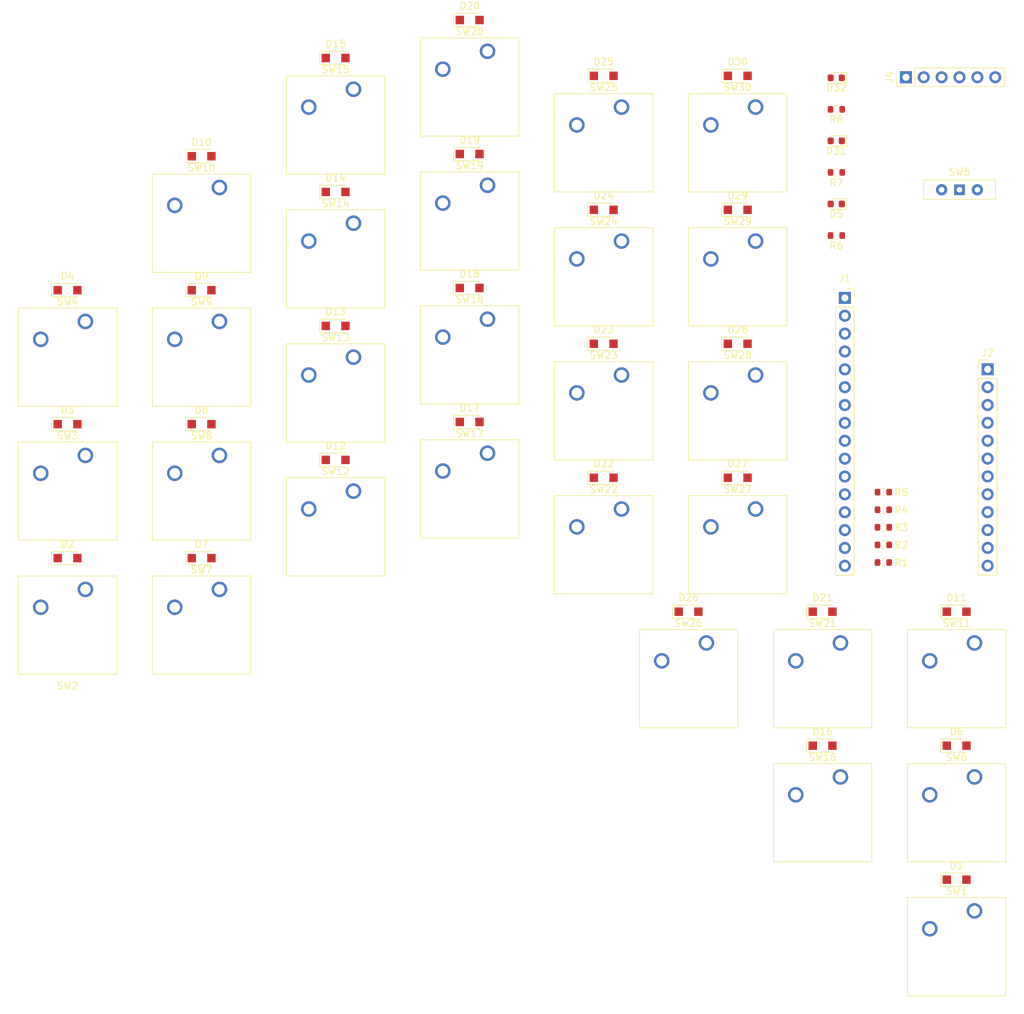
<source format=kicad_pcb>
(kicad_pcb (version 20240108) (generator "pcbnew") (generator_version "8.0")
  (layers (0 "F.Cu" signal) (31 "B.Cu" signal) (34 "B.Paste" user) (35 "F.Paste" user) (36 "B.SilkS" user "B.Silkscreen") (37 "F.SilkS" user "F.Silkscreen") (38 "B.Mask" user) (39 "F.Mask" user) (44 "Edge.Cuts" user))
  (net 0 "")
  (net 1 "/Row_0")
  (net 2 "Net-(D1-K)")
  (net 3 "/Row_1")
  (net 4 "Net-(D2-K)")
  (net 5 "/Row_2")
  (net 6 "Net-(D3-K)")
  (net 7 "/Row_3")
  (net 8 "Net-(D4-K)")
  (net 9 "/Row_4")
  (net 10 "Net-(D6-K)")
  (net 11 "Net-(D7-K)")
  (net 12 "Net-(D8-K)")
  (net 13 "Net-(D9-K)")
  (net 14 "Net-(D10-K)")
  (net 15 "Net-(D11-K)")
  (net 16 "Net-(D12-K)")
  (net 17 "Net-(D13-K)")
  (net 18 "Net-(D14-K)")
  (net 19 "Net-(D15-K)")
  (net 20 "Net-(D16-K)")
  (net 21 "Net-(D17-K)")
  (net 22 "Net-(D18-K)")
  (net 23 "Net-(D19-K)")
  (net 24 "Net-(D20-K)")
  (net 25 "Net-(D21-K)")
  (net 26 "Net-(D22-K)")
  (net 27 "Net-(D23-K)")
  (net 28 "Net-(D24-K)")
  (net 29 "Net-(D25-K)")
  (net 30 "Net-(D26-K)")
  (net 31 "Net-(D27-K)")
  (net 32 "Net-(D28-K)")
  (net 33 "Net-(D29-K)")
  (net 34 "Net-(D30-K)")
  (net 35 "/Col_3")
  (net 36 "/Col_1")
  (net 37 "/Col_5")
  (net 38 "/Col_4")
  (net 39 "/Col_0")
  (net 40 "/Col_2")
  (net 42 "Net-(D5-A)")
  (net 43 "GNDREF")
  (net 44 "Net-(D31-A)")
  (net 45 "+3.3V")
  (net 47 "Net-(D32-A)")
  (net 48 "/RED_LED")
  (net 49 "/GREEN_LED")
  (net 51 "/BLUE_LED")
  (net 54 "/UART_TX")
  (net 56 "/EN")
  (net 57 "/UART_RX")
  (footprint "Diode_SMD:Nexperia_CFP3_SOD-123W" (layer "F.Cu") (at 49.275 112.38)
    (property "Reference" "D7" (at 0 -2 0) (layer "F.SilkS"))
    (property "Value" "D" (hide yes))
    (pad "1" smd rect (at -1.4 0) (size 1.2 1.2) (layers "F.Cu" "F.Paste" "F.Mask") (net 11 "Net-(D7-K)"))
    (pad "2" smd rect (at 1.4 0) (size 1.2 1.2) (layers "F.Cu" "F.Paste" "F.Mask") (net 3 "/Row_1"))
  )
  (footprint "Button_Switch_Keyboard:SW_Cherry_MX_1.00u_PCB" (layer "F.Cu") (at 32.765 97.775)
    (property "Reference" "SW3" (at -2.54 -2.794 0) (layer "F.SilkS"))
    (property "Value" "SW_Push" (hide yes))
    (pad "" np_thru_hole circle (at -7.62 5.08) (size 1.7 1.7) (drill 1.7) (layers "*.Cu" "*.Mask"))
    (pad "" np_thru_hole circle (at -2.54 5.08) (size 4 4) (drill 4) (layers "*.Cu" "*.Mask"))
    (pad "" np_thru_hole circle (at 2.54 5.08) (size 1.7 1.7) (drill 1.7) (layers "*.Cu" "*.Mask"))
    (pad "1" thru_hole circle (at 0 0) (size 2.2 2.2) (drill 1.5) (layers "*.Cu" "*.Mask") (net 39 "/Col_0"))
    (pad "2" thru_hole circle (at -6.35 2.54) (size 2.2 2.2) (drill 1.5) (layers "*.Cu" "*.Mask") (net 6 "Net-(D3-K)"))
  )
  (footprint "Diode_SMD:Nexperia_CFP3_SOD-123W" (layer "F.Cu") (at 87.375 54.9125)
    (property "Reference" "D19" (at 0 -2 180) (layer "F.SilkS"))
    (property "Value" "D" (hide yes))
    (pad "1" smd rect (at -1.4 0) (size 1.2 1.2) (layers "F.Cu" "F.Paste" "F.Mask") (net 23 "Net-(D19-K)"))
    (pad "2" smd rect (at 1.4 0) (size 1.2 1.2) (layers "F.Cu" "F.Paste" "F.Mask") (net 7 "/Row_3"))
  )
  (footprint "Button_Switch_Keyboard:SW_Cherry_MX_1.00u_PCB" (layer "F.Cu") (at 128.015 86.345)
    (property "Reference" "SW28" (at -2.54 -2.794 0) (layer "F.SilkS"))
    (property "Value" "SW_Push" (hide yes))
    (pad "" np_thru_hole circle (at -7.62 5.08) (size 1.7 1.7) (drill 1.7) (layers "*.Cu" "*.Mask"))
    (pad "" np_thru_hole circle (at -2.54 5.08) (size 4 4) (drill 4) (layers "*.Cu" "*.Mask"))
    (pad "" np_thru_hole circle (at 2.54 5.08) (size 1.7 1.7) (drill 1.7) (layers "*.Cu" "*.Mask"))
    (pad "1" thru_hole circle (at 0 0) (size 2.2 2.2) (drill 1.5) (layers "*.Cu" "*.Mask") (net 37 "/Col_5"))
    (pad "2" thru_hole circle (at -6.35 2.54) (size 2.2 2.2) (drill 1.5) (layers "*.Cu" "*.Mask") (net 32 "Net-(D28-K)"))
  )
  (footprint "Diode_SMD:Nexperia_CFP3_SOD-123W" (layer "F.Cu") (at 68.325 41.26)
    (property "Reference" "D15" (at 0 -2 180) (layer "F.SilkS"))
    (property "Value" "D" (hide yes))
    (pad "1" smd rect (at -1.4 0) (size 1.2 1.2) (layers "F.Cu" "F.Paste" "F.Mask") (net 19 "Net-(D15-K)"))
    (pad "2" smd rect (at 1.4 0) (size 1.2 1.2) (layers "F.Cu" "F.Paste" "F.Mask") (net 9 "/Row_4"))
  )
  (footprint "Button_Switch_Keyboard:SW_Cherry_MX_1.00u_PCB" (layer "F.Cu") (at 51.815 78.725)
    (property "Reference" "SW9" (at -2.54 -2.794 0) (layer "F.SilkS"))
    (property "Value" "SW_Push" (hide yes))
    (pad "" np_thru_hole circle (at -7.62 5.08) (size 1.7 1.7) (drill 1.7) (layers "*.Cu" "*.Mask"))
    (pad "" np_thru_hole circle (at -2.54 5.08) (size 4 4) (drill 4) (layers "*.Cu" "*.Mask"))
    (pad "" np_thru_hole circle (at 2.54 5.08) (size 1.7 1.7) (drill 1.7) (layers "*.Cu" "*.Mask"))
    (pad "1" thru_hole circle (at 0 0) (size 2.2 2.2) (drill 1.5) (layers "*.Cu" "*.Mask") (net 36 "/Col_1"))
    (pad "2" thru_hole circle (at -6.35 2.54) (size 2.2 2.2) (drill 1.5) (layers "*.Cu" "*.Mask") (net 13 "Net-(D9-K)"))
  )
  (footprint "Diode_SMD:Nexperia_CFP3_SOD-123W" (layer "F.Cu") (at 87.375 93.0125)
    (property "Reference" "D17" (at 0 -2 180) (layer "F.SilkS"))
    (property "Value" "D" (hide yes))
    (pad "1" smd rect (at -1.4 0) (size 1.2 1.2) (layers "F.Cu" "F.Paste" "F.Mask") (net 21 "Net-(D17-K)"))
    (pad "2" smd rect (at 1.4 0) (size 1.2 1.2) (layers "F.Cu" "F.Paste" "F.Mask") (net 3 "/Row_1"))
  )
  (footprint "Diode_SMD:Nexperia_CFP3_SOD-123W" (layer "F.Cu") (at 106.425 62.85)
    (property "Reference" "D24" (at 0 -2 180) (layer "F.SilkS"))
    (property "Value" "D" (hide yes))
    (pad "1" smd rect (at -1.4 0) (size 1.2 1.2) (layers "F.Cu" "F.Paste" "F.Mask") (net 28 "Net-(D24-K)"))
    (pad "2" smd rect (at 1.4 0) (size 1.2 1.2) (layers "F.Cu" "F.Paste" "F.Mask") (net 7 "/Row_3"))
  )
  (footprint "Diode_SMD:Nexperia_CFP3_SOD-123W" (layer "F.Cu") (at 106.425 43.8)
    (property "Reference" "D25" (at 0 -2 180) (layer "F.SilkS"))
    (property "Value" "D" (hide yes))
    (pad "1" smd rect (at -1.4 0) (size 1.2 1.2) (layers "F.Cu" "F.Paste" "F.Mask") (net 29 "Net-(D25-K)"))
    (pad "2" smd rect (at 1.4 0) (size 1.2 1.2) (layers "F.Cu" "F.Paste" "F.Mask") (net 9 "/Row_4"))
  )
  (footprint "Button_Switch_Keyboard:SW_Cherry_MX_1.00u_PCB" (layer "F.Cu") (at 128.015 105.395)
    (property "Reference" "SW27" (at -2.54 -2.794 0) (layer "F.SilkS"))
    (property "Value" "SW_Push" (hide yes))
    (pad "" np_thru_hole circle (at -7.62 5.08) (size 1.7 1.7) (drill 1.7) (layers "*.Cu" "*.Mask"))
    (pad "" np_thru_hole circle (at -2.54 5.08) (size 4 4) (drill 4) (layers "*.Cu" "*.Mask"))
    (pad "" np_thru_hole circle (at 2.54 5.08) (size 1.7 1.7) (drill 1.7) (layers "*.Cu" "*.Mask"))
    (pad "1" thru_hole circle (at 0 0) (size 2.2 2.2) (drill 1.5) (layers "*.Cu" "*.Mask") (net 37 "/Col_5"))
    (pad "2" thru_hole circle (at -6.35 2.54) (size 2.2 2.2) (drill 1.5) (layers "*.Cu" "*.Mask") (net 31 "Net-(D27-K)"))
  )
  (footprint "Button_Switch_Keyboard:SW_Cherry_MX_1.00u_PCB" (layer "F.Cu") (at 121.03 124.445)
    (property "Reference" "SW26" (at -2.54 -2.794 0) (layer "F.SilkS"))
    (property "Value" "SW_Push" (hide yes))
    (pad "" np_thru_hole circle (at -7.62 5.08) (size 1.7 1.7) (drill 1.7) (layers "*.Cu" "*.Mask"))
    (pad "" np_thru_hole circle (at -2.54 5.08) (size 4 4) (drill 4) (layers "*.Cu" "*.Mask"))
    (pad "" np_thru_hole circle (at 2.54 5.08) (size 1.7 1.7) (drill 1.7) (layers "*.Cu" "*.Mask"))
    (pad "1" thru_hole circle (at 0 0) (size 2.2 2.2) (drill 1.5) (layers "*.Cu" "*.Mask") (net 37 "/Col_5"))
    (pad "2" thru_hole circle (at -6.35 2.54) (size 2.2 2.2) (drill 1.5) (layers "*.Cu" "*.Mask") (net 30 "Net-(D26-K)"))
  )
  (footprint "Diode_SMD:Nexperia_CFP3_SOD-123W" (layer "F.Cu") (at 49.275 74.28)
    (property "Reference" "D9" (at 0 -2 180) (layer "F.SilkS"))
    (property "Value" "D" (hide yes))
    (pad "1" smd rect (at -1.4 0) (size 1.2 1.2) (layers "F.Cu" "F.Paste" "F.Mask") (net 13 "Net-(D9-K)"))
    (pad "2" smd rect (at 1.4 0) (size 1.2 1.2) (layers "F.Cu" "F.Paste" "F.Mask") (net 7 "/Row_3"))
  )
  (footprint "Resistor_SMD:R_0603_1608Metric" (layer "F.Cu") (at 139.5 48.564 180)
    (property "Reference" "R8" (at 0 -1.43 360) (layer "F.SilkS"))
    (property "Value" "R_US")
    (pad "1" smd roundrect (at -0.825 0 180) (size 0.8 0.95) (layers "F.Cu" "F.Paste" "F.Mask") (net 48 "/RED_LED"))
    (pad "2" smd roundrect (at 0.825 0 180) (size 0.8 0.95) (layers "F.Cu" "F.Paste" "F.Mask") (net 47 "Net-(D32-A)"))
  )
  (footprint "Diode_SMD:Nexperia_CFP3_SOD-123W" (layer "F.Cu") (at 49.275 55.23)
    (property "Reference" "D10" (at 0 -2 180) (layer "F.SilkS"))
    (property "Value" "D" (hide yes))
    (pad "1" smd rect (at -1.4 0) (size 1.2 1.2) (layers "F.Cu" "F.Paste" "F.Mask") (net 14 "Net-(D10-K)"))
    (pad "2" smd rect (at 1.4 0) (size 1.2 1.2) (layers "F.Cu" "F.Paste" "F.Mask") (net 9 "/Row_4"))
  )
  (footprint "LED_SMD:LED_0603_1608Metric" (layer "F.Cu") (at 139.48 44.08 180)
    (property "Reference" "D32" (at 0 -1.43 360) (layer "F.SilkS"))
    (property "Value" "LED")
    (pad "1" smd roundrect (at -0.7875 0 180) (size 0.875 0.95) (layers "F.Cu" "F.Paste" "F.Mask") (net 43 "GNDREF"))
    (pad "2" smd roundrect (at 0.7875 0 180) (size 0.875 0.95) (layers "F.Cu" "F.Paste" "F.Mask") (net 47 "Net-(D32-A)"))
  )
  (footprint "Diode_SMD:Nexperia_CFP3_SOD-123W" (layer "F.Cu") (at 68.325 98.41)
    (property "Reference" "D12" (at 0 -2 180) (layer "F.SilkS"))
    (property "Value" "D" (hide yes))
    (pad "1" smd rect (at -1.4 0) (size 1.2 1.2) (layers "F.Cu" "F.Paste" "F.Mask") (net 16 "Net-(D12-K)"))
    (pad "2" smd rect (at 1.4 0) (size 1.2 1.2) (layers "F.Cu" "F.Paste" "F.Mask") (net 3 "/Row_1"))
  )
  (footprint "Button_Switch_Keyboard:SW_Cherry_MX_1.00u_PCB" (layer "F.Cu") (at 89.915 78.4075)
    (property "Reference" "SW18" (at -2.54 -2.794 0) (layer "F.SilkS"))
    (property "Value" "SW_Push" (hide yes))
    (pad "" np_thru_hole circle (at -7.62 5.08) (size 1.7 1.7) (drill 1.7) (layers "*.Cu" "*.Mask"))
    (pad "" np_thru_hole circle (at -2.54 5.08) (size 4 4) (drill 4) (layers "*.Cu" "*.Mask"))
    (pad "" np_thru_hole circle (at 2.54 5.08) (size 1.7 1.7) (drill 1.7) (layers "*.Cu" "*.Mask"))
    (pad "1" thru_hole circle (at 0 0) (size 2.2 2.2) (drill 1.5) (layers "*.Cu" "*.Mask") (net 35 "/Col_3"))
    (pad "2" thru_hole circle (at -6.35 2.54) (size 2.2 2.2) (drill 1.5) (layers "*.Cu" "*.Mask") (net 22 "Net-(D18-K)"))
  )
  (footprint "LED_SMD:LED_0603_1608Metric" (layer "F.Cu") (at 139.48 62.016 180)
    (property "Reference" "D5" (at 0 -1.43 360) (layer "F.SilkS"))
    (property "Value" "LED")
    (pad "1" smd roundrect (at -0.7875 0 180) (size 0.875 0.95) (layers "F.Cu" "F.Paste" "F.Mask") (net 43 "GNDREF"))
    (pad "2" smd roundrect (at 0.7875 0 180) (size 0.875 0.95) (layers "F.Cu" "F.Paste" "F.Mask") (net 42 "Net-(D5-A)"))
  )
  (footprint "Button_Switch_Keyboard:SW_Cherry_MX_1.00u_PCB" (layer "F.Cu") (at 108.965 105.395)
    (property "Reference" "SW22" (at -2.54 -2.794 0) (layer "F.SilkS"))
    (property "Value" "SW_Push" (hide yes))
    (pad "" np_thru_hole circle (at -7.62 5.08) (size 1.7 1.7) (drill 1.7) (layers "*.Cu" "*.Mask"))
    (pad "" np_thru_hole circle (at -2.54 5.08) (size 4 4) (drill 4) (layers "*.Cu" "*.Mask"))
    (pad "" np_thru_hole circle (at 2.54 5.08) (size 1.7 1.7) (drill 1.7) (layers "*.Cu" "*.Mask"))
    (pad "1" thru_hole circle (at 0 0) (size 2.2 2.2) (drill 1.5) (layers "*.Cu" "*.Mask") (net 38 "/Col_4"))
    (pad "2" thru_hole circle (at -6.35 2.54) (size 2.2 2.2) (drill 1.5) (layers "*.Cu" "*.Mask") (net 26 "Net-(D22-K)"))
  )
  (footprint "Diode_SMD:Nexperia_CFP3_SOD-123W" (layer "F.Cu") (at 30.225 93.33)
    (property "Reference" "D3" (at 0 -2 180) (layer "F.SilkS"))
    (property "Value" "D" (hide yes))
    (pad "1" smd rect (at -1.4 0) (size 1.2 1.2) (layers "F.Cu" "F.Paste" "F.Mask") (net 6 "Net-(D3-K)"))
    (pad "2" smd rect (at 1.4 0) (size 1.2 1.2) (layers "F.Cu" "F.Paste" "F.Mask") (net 5 "/Row_2"))
  )
  (footprint "Button_Switch_Keyboard:SW_Cherry_MX_1.00u_PCB" (layer "F.Cu") (at 70.865 102.855)
    (property "Reference" "SW12" (at -2.54 -2.794 0) (layer "F.SilkS"))
    (property "Value" "SW_Push" (hide yes))
    (pad "" np_thru_hole circle (at -7.62 5.08) (size 1.7 1.7) (drill 1.7) (layers "*.Cu" "*.Mask"))
    (pad "" np_thru_hole circle (at -2.54 5.08) (size 4 4) (drill 4) (layers "*.Cu" "*.Mask"))
    (pad "" np_thru_hole circle (at 2.54 5.08) (size 1.7 1.7) (drill 1.7) (layers "*.Cu" "*.Mask"))
    (pad "1" thru_hole circle (at 0 0) (size 2.2 2.2) (drill 1.5) (layers "*.Cu" "*.Mask") (net 40 "/Col_2"))
    (pad "2" thru_hole circle (at -6.35 2.54) (size 2.2 2.2) (drill 1.5) (layers "*.Cu" "*.Mask") (net 16 "Net-(D12-K)"))
  )
  (footprint "Diode_SMD:Nexperia_CFP3_SOD-123W" (layer "F.Cu") (at 137.54 139.05)
    (property "Reference" "D16" (at 0 -2 180) (layer "F.SilkS"))
    (property "Value" "D")
    (pad "1" smd rect (at -1.4 0) (size 1.2 1.2) (layers "F.Cu" "F.Paste" "F.Mask") (net 20 "Net-(D16-K)"))
    (pad "2" smd rect (at 1.4 0) (size 1.2 1.2) (layers "F.Cu" "F.Paste" "F.Mask") (net 1 "/Row_0"))
  )
  (footprint "Button_Switch_Keyboard:SW_Cherry_MX_1.00u_PCB" (layer "F.Cu") (at 108.965 67.295)
    (property "Reference" "SW24" (at -2.54 -2.794 0) (layer "F.SilkS"))
    (property "Value" "SW_Push" (hide yes))
    (pad "" np_thru_hole circle (at -7.62 5.08) (size 1.7 1.7) (drill 1.7) (layers "*.Cu" "*.Mask"))
    (pad "" np_thru_hole circle (at -2.54 5.08) (size 4 4) (drill 4) (layers "*.Cu" "*.Mask"))
    (pad "" np_thru_hole circle (at 2.54 5.08) (size 1.7 1.7) (drill 1.7) (layers "*.Cu" "*.Mask"))
    (pad "1" thru_hole circle (at 0 0) (size 2.2 2.2) (drill 1.5) (layers "*.Cu" "*.Mask") (net 38 "/Col_4"))
    (pad "2" thru_hole circle (at -6.35 2.54) (size 2.2 2.2) (drill 1.5) (layers "*.Cu" "*.Mask") (net 28 "Net-(D24-K)"))
  )
  (footprint "Resistor_SMD:R_0603_1608Metric" (layer "F.Cu") (at 146.175 108 180)
    (property "Reference" "R3" (at -2.54 -0.033 0) (layer "F.SilkS"))
    (property "Value" "R_US" (hide yes))
    (pad "1" smd roundrect (at -0.825 0 180) (size 0.8 0.95) (layers "F.Cu" "F.Paste" "F.Mask") (net 45 "+3.3V"))
    (pad "2" smd roundrect (at 0.825 0 180) (size 0.8 0.95) (layers "F.Cu" "F.Paste" "F.Mask") (net 5 "/Row_2"))
  )
  (footprint "Diode_SMD:Nexperia_CFP3_SOD-123W" (layer "F.Cu") (at 125.475 100.95)
    (property "Reference" "D27" (at 0 -2 180) (layer "F.SilkS"))
    (property "Value" "D" (hide yes))
    (pad "1" smd rect (at -1.4 0) (size 1.2 1.2) (layers "F.Cu" "F.Paste" "F.Mask") (net 31 "Net-(D27-K)"))
    (pad "2" smd rect (at 1.4 0) (size 1.2 1.2) (layers "F.Cu" "F.Paste" "F.Mask") (net 3 "/Row_1"))
  )
  (footprint "Button_Switch_Keyboard:SW_Cherry_MX_1.00u_PCB" (layer "F.Cu") (at 70.865 83.805)
    (property "Reference" "SW13" (at -2.54 -2.794 0) (layer "F.SilkS"))
    (property "Value" "SW_Push" (hide yes))
    (pad "" np_thru_hole circle (at -7.62 5.08) (size 1.7 1.7) (drill 1.7) (layers "*.Cu" "*.Mask"))
    (pad "" np_thru_hole circle (at -2.54 5.08) (size 4 4) (drill 4) (layers "*.Cu" "*.Mask"))
    (pad "" np_thru_hole circle (at 2.54 5.08) (size 1.7 1.7) (drill 1.7) (layers "*.Cu" "*.Mask"))
    (pad "1" thru_hole circle (at 0 0) (size 2.2 2.2) (drill 1.5) (layers "*.Cu" "*.Mask") (net 40 "/Col_2"))
    (pad "2" thru_hole circle (at -6.35 2.54) (size 2.2 2.2) (drill 1.5) (layers "*.Cu" "*.Mask") (net 17 "Net-(D13-K)"))
  )
  (footprint "Diode_SMD:Nexperia_CFP3_SOD-123W" (layer "F.Cu") (at 68.325 79.36)
    (property "Reference" "D13" (at 0 -2 180) (layer "F.SilkS"))
    (property "Value" "D" (hide yes))
    (pad "1" smd rect (at -1.4 0) (size 1.2 1.2) (layers "F.Cu" "F.Paste" "F.Mask") (net 17 "Net-(D13-K)"))
    (pad "2" smd rect (at 1.4 0) (size 1.2 1.2) (layers "F.Cu" "F.Paste" "F.Mask") (net 5 "/Row_2"))
  )
  (footprint "Button_Switch_Keyboard:SW_Cherry_MX_1.00u_PCB" (layer "F.Cu") (at 89.915 40.3075)
    (property "Reference" "SW20" (at -2.54 -2.794 0) (layer "F.SilkS"))
    (property "Value" "SW_Push" (hide yes))
    (pad "" np_thru_hole circle (at -7.62 5.08) (size 1.7 1.7) (drill 1.7) (layers "*.Cu" "*.Mask"))
    (pad "" np_thru_hole circle (at -2.54 5.08) (size 4 4) (drill 4) (layers "*.Cu" "*.Mask"))
    (pad "" np_thru_hole circle (at 2.54 5.08) (size 1.7 1.7) (drill 1.7) (layers "*.Cu" "*.Mask"))
    (pad "1" thru_hole circle (at 0 0) (size 2.2 2.2) (drill 1.5) (layers "*.Cu" "*.Mask") (net 35 "/Col_3"))
    (pad "2" thru_hole circle (at -6.35 2.54) (size 2.2 2.2) (drill 1.5) (layers "*.Cu" "*.Mask") (net 24 "Net-(D20-K)"))
  )
  (footprint "Diode_SMD:Nexperia_CFP3_SOD-123W" (layer "F.Cu") (at 125.475 62.85)
    (property "Reference" "D29" (at 0 -2 180) (layer "F.SilkS"))
    (property "Value" "D" (hide yes))
    (pad "1" smd rect (at -1.4 0) (size 1.2 1.2) (layers "F.Cu" "F.Paste" "F.Mask") (net 33 "Net-(D29-K)"))
    (pad "2" smd rect (at 1.4 0) (size 1.2 1.2) (layers "F.Cu" "F.Paste" "F.Mask") (net 7 "/Row_3"))
  )
  (footprint "Button_Switch_Keyboard:SW_Cherry_MX_1.00u_PCB" (layer "F.Cu") (at 128.015 67.295)
    (property "Reference" "SW29" (at -2.54 -2.794 0) (layer "F.SilkS"))
    (property "Value" "SW_Push" (hide yes))
    (pad "" np_thru_hole circle (at -7.62 5.08) (size 1.7 1.7) (drill 1.7) (layers "*.Cu" "*.Mask"))
    (pad "" np_thru_hole circle (at -2.54 5.08) (size 4 4) (drill 4) (layers "*.Cu" "*.Mask"))
    (pad "" np_thru_hole circle (at 2.54 5.08) (size 1.7 1.7) (drill 1.7) (layers "*.Cu" "*.Mask"))
    (pad "1" thru_hole circle (at 0 0) (size 2.2 2.2) (drill 1.5) (layers "*.Cu" "*.Mask") (net 37 "/Col_5"))
    (pad "2" thru_hole circle (at -6.35 2.54) (size 2.2 2.2) (drill 1.5) (layers "*.Cu" "*.Mask") (net 33 "Net-(D29-K)"))
  )
  (footprint "Diode_SMD:Nexperia_CFP3_SOD-123W" (layer "F.Cu") (at 87.375 35.8625)
    (property "Reference" "D20" (at 0 -2 180) (layer "F.SilkS"))
    (property "Value" "D" (hide yes))
    (pad "1" smd rect (at -1.4 0) (size 1.2 1.2) (layers "F.Cu" "F.Paste" "F.Mask") (net 24 "Net-(D20-K)"))
    (pad "2" smd rect (at 1.4 0) (size 1.2 1.2) (layers "F.Cu" "F.Paste" "F.Mask") (net 9 "/Row_4"))
  )
  (footprint "Button_Switch_Keyboard:SW_Cherry_MX_1.00u_PCB" (layer "F.Cu") (at 51.815 59.675)
    (property "Reference" "SW10" (at -2.54 -2.794 0) (layer "F.SilkS"))
    (property "Value" "SW_Push" (hide yes))
    (pad "" np_thru_hole circle (at -7.62 5.08) (size 1.7 1.7) (drill 1.7) (layers "*.Cu" "*.Mask"))
    (pad "" np_thru_hole circle (at -2.54 5.08) (size 4 4) (drill 4) (layers "*.Cu" "*.Mask"))
    (pad "" np_thru_hole circle (at 2.54 5.08) (size 1.7 1.7) (drill 1.7) (layers "*.Cu" "*.Mask"))
    (pad "1" thru_hole circle (at 0 0) (size 2.2 2.2) (drill 1.5) (layers "*.Cu" "*.Mask") (net 36 "/Col_1"))
    (pad "2" thru_hole circle (at -6.35 2.54) (size 2.2 2.2) (drill 1.5) (layers "*.Cu" "*.Mask") (net 14 "Net-(D10-K)"))
  )
  (footprint "Connector_PinSocket_2.54mm:PinSocket_1x16_P2.54mm_Vertical" (layer "F.Cu") (at 140.705 75.375)
    (property "Reference" "J1" (at 0 -2.77 0) (layer "F.SilkS"))
    (property "Value" "Adafruit_Feather_16_pin" (hide yes))
    (pad "1" thru_hole rect (at 0 0) (size 1.7 1.7) (drill 1) (layers "*.Cu" "*.Mask"))
    (pad "2" thru_hole oval (at 0 2.54) (size 1.7 1.7) (drill 1) (layers "*.Cu" "*.Mask") (net 45 "+3.3V"))
    (pad "3" thru_hole oval (at 0 5.08) (size 1.7 1.7) (drill 1) (layers "*.Cu" "*.Mask"))
    (pad "4" thru_hole oval (at 0 7.62) (size 1.7 1.7) (drill 1) (layers "*.Cu" "*.Mask") (net 43 "GNDREF"))
    (pad "5" thru_hole oval (at 0 10.16) (size 1.7 1.7) (drill 1) (layers "*.Cu" "*.Mask") (net 48 "/RED_LED"))
    (pad "6" thru_hole oval (at 0 12.7) (size 1.7 1.7) (drill 1) (layers "*.Cu" "*.Mask") (net 51 "/BLUE_LED"))
    (pad "7" thru_hole oval (at 0 15.24) (size 1.7 1.7) (drill 1) (layers "*.Cu" "*.Mask") (net 49 "/GREEN_LED"))
    (pad "8" thru_hole oval (at 0 17.78) (size 1.7 1.7) (drill 1) (layers "*.Cu" "*.Mask"))
    (pad "9" thru_hole oval (at 0 20.32) (size 1.7 1.7) (drill 1) (layers "*.Cu" "*.Mask"))
    (pad "10" thru_hole oval (at 0 22.86) (size 1.7 1.7) (drill 1) (layers "*.Cu" "*.Mask"))
    (pad "11" thru_hole oval (at 0 25.4) (size 1.7 1.7) (drill 1) (layers "*.Cu" "*.Mask"))
    (pad "12" thru_hole oval (at 0 27.94) (size 1.7 1.7) (drill 1) (layers "*.Cu" "*.Mask") (net 9 "/Row_4"))
    (pad "13" thru_hole oval (at 0 30.48) (size 1.7 1.7) (drill 1) (layers "*.Cu" "*.Mask") (net 7 "/Row_3"))
    (pad "14" thru_hole oval (at 0 33.02) (size 1.7 1.7) (drill 1) (layers "*.Cu" "*.Mask") (net 5 "/Row_2"))
    (pad "15" thru_hole oval (at 0 35.56) (size 1.7 1.7) (drill 1) (layers "*.Cu" "*.Mask") (net 3 "/Row_1"))
    (pad "16" thru_hole oval (at 0 38.1) (size 1.7 1.7) (drill 1) (layers "*.Cu" "*.Mask") (net 1 "/Row_0"))
  )
  (footprint "Resistor_SMD:R_0603_1608Metric" (layer "F.Cu") (at 139.5 66.5 180)
    (property "Reference" "R6" (at 0 -1.43 360) (layer "F.SilkS"))
    (property "Value" "R_US")
    (pad "1" smd roundrect (at -0.825 0 180) (size 0.8 0.95) (layers "F.Cu" "F.Paste" "F.Mask") (net 49 "/GREEN_LED"))
    (pad "2" smd roundrect (at 0.825 0 180) (size 0.8 0.95) (layers "F.Cu" "F.Paste" "F.Mask") (net 42 "Net-(D5-A)"))
  )
  (footprint "Diode_SMD:Nexperia_CFP3_SOD-123W" (layer "F.Cu") (at 137.54 120)
    (property "Reference" "D21" (at 0 -2 180) (layer "F.SilkS"))
    (property "Value" "D")
    (pad "1" smd rect (at -1.4 0) (size 1.2 1.2) (layers "F.Cu" "F.Paste" "F.Mask") (net 25 "Net-(D21-K)"))
    (pad "2" smd rect (at 1.4 0) (size 1.2 1.2) (layers "F.Cu" "F.Paste" "F.Mask") (net 1 "/Row_0"))
  )
  (footprint "Diode_SMD:Nexperia_CFP3_SOD-123W" (layer "F.Cu") (at 30.225 112.38)
    (property "Reference" "D2" (at 0 -2 0) (layer "F.SilkS"))
    (property "Value" "D" (hide yes))
    (pad "1" smd rect (at -1.4 0) (size 1.2 1.2) (layers "F.Cu" "F.Paste" "F.Mask") (net 4 "Net-(D2-K)"))
    (pad "2" smd rect (at 1.4 0) (size 1.2 1.2) (layers "F.Cu" "F.Paste" "F.Mask") (net 3 "/Row_1"))
  )
  (footprint "Button_Switch_Keyboard:SW_Cherry_MX_1.00u_PCB" (layer "F.Cu") (at 32.765 78.725)
    (property "Reference" "SW4" (at -2.54 -2.794 0) (layer "F.SilkS"))
    (property "Value" "SW_Push" (hide yes))
    (pad "" np_thru_hole circle (at -7.62 5.08) (size 1.7 1.7) (drill 1.7) (layers "*.Cu" "*.Mask"))
    (pad "" np_thru_hole circle (at -2.54 5.08) (size 4 4) (drill 4) (layers "*.Cu" "*.Mask"))
    (pad "" np_thru_hole circle (at 2.54 5.08) (size 1.7 1.7) (drill 1.7) (layers "*.Cu" "*.Mask"))
    (pad "1" thru_hole circle (at 0 0) (size 2.2 2.2) (drill 1.5) (layers "*.Cu" "*.Mask") (net 39 "/Col_0"))
    (pad "2" thru_hole circle (at -6.35 2.54) (size 2.2 2.2) (drill 1.5) (layers "*.Cu" "*.Mask") (net 8 "Net-(D4-K)"))
  )
  (footprint "Button_Switch_Keyboard:SW_Cherry_MX_1.00u_PCB" (layer "F.Cu") (at 159.13 124.445)
    (property "Reference" "SW11" (at -2.54 -2.794 0) (layer "F.SilkS"))
    (property "Value" "SW_Push" (hide yes))
    (pad "" np_thru_hole circle (at -7.62 5.08) (size 1.7 1.7) (drill 1.7) (layers "*.Cu" "*.Mask"))
    (pad "" np_thru_hole circle (at -2.54 5.08) (size 4 4) (drill 4) (layers "*.Cu" "*.Mask"))
    (pad "" np_thru_hole circle (at 2.54 5.08) (size 1.7 1.7) (drill 1.7) (layers "*.Cu" "*.Mask"))
    (pad "1" thru_hole circle (at 0 0) (size 2.2 2.2) (drill 1.5) (layers "*.Cu" "*.Mask") (net 40 "/Col_2"))
    (pad "2" thru_hole circle (at -6.35 2.54) (size 2.2 2.2) (drill 1.5) (layers "*.Cu" "*.Mask") (net 15 "Net-(D11-K)"))
  )
  (footprint "Button_Switch_Keyboard:SW_Cherry_MX_1.00u_PCB" (layer "F.Cu") (at 51.815 116.825)
    (property "Reference" "SW7" (at -2.54 -2.794 0) (layer "F.SilkS"))
    (property "Value" "SW_Push" (hide yes))
    (pad "" np_thru_hole circle (at -7.62 5.08) (size 1.7 1.7) (drill 1.7) (layers "*.Cu" "*.Mask"))
    (pad "" np_thru_hole circle (at -2.54 5.08) (size 4 4) (drill 4) (layers "*.Cu" "*.Mask"))
    (pad "" np_thru_hole circle (at 2.54 5.08) (size 1.7 1.7) (drill 1.7) (layers "*.Cu" "*.Mask"))
    (pad "1" thru_hole circle (at 0 0) (size 2.2 2.2) (drill 1.5) (layers "*.Cu" "*.Mask") (net 36 "/Col_1"))
    (pad "2" thru_hole circle (at -6.35 2.54) (size 2.2 2.2) (drill 1.5) (layers "*.Cu" "*.Mask") (net 11 "Net-(D7-K)"))
  )
  (footprint "Button_Switch_Keyboard:SW_Cherry_MX_1.00u_PCB" (layer "F.Cu") (at 32.765 116.825)
    (property "Reference" "SW2" (at -2.54 13.716 0) (layer "F.SilkS"))
    (property "Value" "SW_Push" (hide yes))
    (pad "" np_thru_hole circle (at -7.62 5.08) (size 1.7 1.7) (drill 1.7) (layers "*.Cu" "*.Mask"))
    (pad "" np_thru_hole circle (at -2.54 5.08) (size 4 4) (drill 4) (layers "*.Cu" "*.Mask"))
    (pad "" np_thru_hole circle (at 2.54 5.08) (size 1.7 1.7) (drill 1.7) (layers "*.Cu" "*.Mask"))
    (pad "1" thru_hole circle (at 0 0) (size 2.2 2.2) (drill 1.5) (layers "*.Cu" "*.Mask") (net 39 "/Col_0"))
    (pad "2" thru_hole circle (at -6.35 2.54) (size 2.2 2.2) (drill 1.5) (layers "*.Cu" "*.Mask") (net 4 "Net-(D2-K)"))
  )
  (footprint "LED_SMD:LED_0603_1608Metric" (layer "F.Cu") (at 139.48 53.048 180)
    (property "Reference" "D31" (at 0 -1.43 360) (layer "F.SilkS"))
    (property "Value" "LED")
    (pad "1" smd roundrect (at -0.7875 0 180) (size 0.875 0.95) (layers "F.Cu" "F.Paste" "F.Mask") (net 43 "GNDREF"))
    (pad "2" smd roundrect (at 0.7875 0 180) (size 0.875 0.95) (layers "F.Cu" "F.Paste" "F.Mask") (net 44 "Net-(D31-A)"))
  )
  (footprint "Diode_SMD:Nexperia_CFP3_SOD-123W" (layer "F.Cu") (at 49.275 93.33)
    (property "Reference" "D8" (at 0 -2 180) (layer "F.SilkS"))
    (property "Value" "D" (hide yes))
    (pad "1" smd rect (at -1.4 0) (size 1.2 1.2) (layers "F.Cu" "F.Paste" "F.Mask") (net 12 "Net-(D8-K)"))
    (pad "2" smd rect (at 1.4 0) (size 1.2 1.2) (layers "F.Cu" "F.Paste" "F.Mask") (net 5 "/Row_2"))
  )
  (footprint "Button_Switch_Keyboard:SW_Cherry_MX_1.00u_PCB" (layer "F.Cu") (at 140.08 124.445)
    (property "Reference" "SW21" (at -2.54 -2.794 0) (layer "F.SilkS"))
    (property "Value" "SW_Push" (hide yes))
    (pad "" np_thru_hole circle (at -7.62 5.08) (size 1.7 1.7) (drill 1.7) (layers "*.Cu" "*.Mask"))
    (pad "" np_thru_hole circle (at -2.54 5.08) (size 4 4) (drill 4) (layers "*.Cu" "*.Mask"))
    (pad "" np_thru_hole circle (at 2.54 5.08) (size 1.7 1.7) (drill 1.7) (layers "*.Cu" "*.Mask"))
    (pad "1" thru_hole circle (at 0 0) (size 2.2 2.2) (drill 1.5) (layers "*.Cu" "*.Mask") (net 38 "/Col_4"))
    (pad "2" thru_hole circle (at -6.35 2.54) (size 2.2 2.2) (drill 1.5) (layers "*.Cu" "*.Mask") (net 25 "Net-(D21-K)"))
  )
  (footprint "Resistor_SMD:R_0603_1608Metric" (layer "F.Cu") (at 146.175 105.5 180)
    (property "Reference" "R4" (at -2.54 -0.033 0) (layer "F.SilkS"))
    (property "Value" "R_US" (hide yes))
    (pad "1" smd roundrect (at -0.825 0 180) (size 0.8 0.95) (layers "F.Cu" "F.Paste" "F.Mask") (net 45 "+3.3V"))
    (pad "2" smd roundrect (at 0.825 0 180) (size 0.8 0.95) (layers "F.Cu" "F.Paste" "F.Mask") (net 7 "/Row_3"))
  )
  (footprint "Button_Switch_THT:SW_Slide-03_Wuerth-WS-SLTV_10x2.5x6.4_P2.54mm" (layer "F.Cu") (at 157 60)
    (property "Reference" "SW5" (at 0 -2.54 360) (layer "F.SilkS"))
    (property "Value" "Power enable")
    (pad "1" thru_hole rect (at 0 0) (size 1.5 1.5) (drill 0.8) (layers "*.Cu" "*.Mask") (net 56 "/EN"))
    (pad "2" thru_hole circle (at -2.54 0) (size 1.6 1.6) (drill 0.8) (layers "*.Cu" "*.Mask") (net 43 "GNDREF"))
    (pad "3" thru_hole circle (at 2.54 0) (size 1.6 1.6) (drill 0.8) (layers "*.Cu" "*.Mask"))
  )
  (footprint "Button_Switch_Keyboard:SW_Cherry_MX_1.00u_PCB" (layer "F.Cu") (at 89.915 59.3575)
    (property "Reference" "SW19" (at -2.54 -2.794 0) (layer "F.SilkS"))
    (property "Value" "SW_Push" (hide yes))
    (pad "" np_thru_hole circle (at -7.62 5.08) (size 1.7 1.7) (drill 1.7) (layers "*.Cu" "*.Mask"))
    (pad "" np_thru_hole circle (at -2.54 5.08) (size 4 4) (drill 4) (layers "*.Cu" "*.Mask"))
    (pad "" np_thru_hole circle (at 2.54 5.08) (size 1.7 1.7) (drill 1.7) (layers "*.Cu" "*.Mask"))
    (pad "1" thru_hole circle (at 0 0) (size 2.2 2.2) (drill 1.5) (layers "*.Cu" "*.Mask") (net 35 "/Col_3"))
    (pad "2" thru_hole circle (at -6.35 2.54) (size 2.2 2.2) (drill 1.5) (layers "*.Cu" "*.Mask") (net 23 "Net-(D19-K)"))
  )
  (footprint "Diode_SMD:Nexperia_CFP3_SOD-123W" (layer "F.Cu") (at 118.49 120)
    (property "Reference" "D26" (at 0 -2 180) (layer "F.SilkS"))
    (property "Value" "D")
    (pad "1" smd rect (at -1.4 0) (size 1.2 1.2) (layers "F.Cu" "F.Paste" "F.Mask") (net 30 "Net-(D26-K)"))
    (pad "2" smd rect (at 1.4 0) (size 1.2 1.2) (layers "F.Cu" "F.Paste" "F.Mask") (net 1 "/Row_0"))
  )
  (footprint "Button_Switch_Keyboard:SW_Cherry_MX_1.00u_PCB" (layer "F.Cu") (at 108.965 86.345)
    (property "Reference" "SW23" (at -2.54 -2.794 0) (layer "F.SilkS"))
    (property "Value" "SW_Push" (hide yes))
    (pad "" np_thru_hole circle (at -7.62 5.08) (size 1.7 1.7) (drill 1.7) (layers "*.Cu" "*.Mask"))
    (pad "" np_thru_hole circle (at -2.54 5.08) (size 4 4) (drill 4) (layers "*.Cu" "*.Mask"))
    (pad "" np_thru_hole circle (at 2.54 5.08) (size 1.7 1.7) (drill 1.7) (layers "*.Cu" "*.Mask"))
    (pad "1" thru_hole circle (at 0 0) (size 2.2 2.2) (drill 1.5) (layers "*.Cu" "*.Mask") (net 38 "/Col_4"))
    (pad "2" thru_hole circle (at -6.35 2.54) (size 2.2 2.2) (drill 1.5) (layers "*.Cu" "*.Mask") (net 27 "Net-(D23-K)"))
  )
  (footprint "Connector_PinHeader_2.54mm:PinHeader_1x06_P2.54mm_Vertical" (layer "F.Cu") (at 149.38 44 90)
    (property "Reference" "J4" (at 0 -2.33 90) (layer "F.SilkS"))
    (property "Value" "FTDI UART")
    (pad "1" thru_hole rect (at 0 0 90) (size 1.7 1.7) (drill 1) (layers "*.Cu" "*.Mask") (net 43 "GNDREF"))
    (pad "2" thru_hole oval (at 0 2.54 90) (size 1.7 1.7) (drill 1) (layers "*.Cu" "*.Mask"))
    (pad "3" thru_hole oval (at 0 5.08 90) (size 1.7 1.7) (drill 1) (layers "*.Cu" "*.Mask") (net 45 "+3.3V"))
    (pad "4" thru_hole oval (at 0 7.62 90) (size 1.7 1.7) (drill 1) (layers "*.Cu" "*.Mask") (net 57 "/UART_RX"))
    (pad "5" thru_hole oval (at 0 10.16 90) (size 1.7 1.7) (drill 1) (layers "*.Cu" "*.Mask") (net 54 "/UART_TX"))
    (pad "6" thru_hole oval (at 0 12.7 90) (size 1.7 1.7) (drill 1) (layers "*.Cu" "*.Mask"))
  )
  (footprint "Button_Switch_Keyboard:SW_Cherry_MX_1.00u_PCB" (layer "F.Cu") (at 70.865 64.755)
    (property "Reference" "SW14" (at -2.54 -2.794 0) (layer "F.SilkS"))
    (property "Value" "SW_Push" (hide yes))
    (pad "" np_thru_hole circle (at -7.62 5.08) (size 1.7 1.7) (drill 1.7) (layers "*.Cu" "*.Mask"))
    (pad "" np_thru_hole circle (at -2.54 5.08) (size 4 4) (drill 4) (layers "*.Cu" "*.Mask"))
    (pad "" np_thru_hole circle (at 2.54 5.08) (size 1.7 1.7) (drill 1.7) (layers "*.Cu" "*.Mask"))
    (pad "1" thru_hole circle (at 0 0) (size 2.2 2.2) (drill 1.5) (layers "*.Cu" "*.Mask") (net 40 "/Col_2"))
    (pad "2" thru_hole circle (at -6.35 2.54) (size 2.2 2.2) (drill 1.5) (layers "*.Cu" "*.Mask") (net 18 "Net-(D14-K)"))
  )
  (footprint "Button_Switch_Keyboard:SW_Cherry_MX_1.00u_PCB" (layer "F.Cu") (at 70.865 45.705)
    (property "Reference" "SW15" (at -2.54 -2.794 0) (layer "F.SilkS"))
    (property "Value" "SW_Push" (hide yes))
    (pad "" np_thru_hole circle (at -7.62 5.08) (size 1.7 1.7) (drill 1.7) (layers "*.Cu" "*.Mask"))
    (pad "" np_thru_hole circle (at -2.54 5.08) (size 4 4) (drill 4) (layers "*.Cu" "*.Mask"))
    (pad "" np_thru_hole circle (at 2.54 5.08) (size 1.7 1.7) (drill 1.7) (layers "*.Cu" "*.Mask"))
    (pad "1" thru_hole circle (at 0 0) (size 2.2 2.2) (drill 1.5) (layers "*.Cu" "*.Mask") (net 40 "/Col_2"))
    (pad "2" thru_hole circle (at -6.35 2.54) (size 2.2 2.2) (drill 1.5) (layers "*.Cu" "*.Mask") (net 19 "Net-(D15-K)"))
  )
  (footprint "Resistor_SMD:R_0603_1608Metric" (layer "F.Cu") (at 146.175 110.5 180)
    (property "Reference" "R2" (at -2.54 -0.033 0) (layer "F.SilkS"))
    (property "Value" "R_US" (hide yes))
    (pad "1" smd roundrect (at -0.825 0 180) (size 0.8 0.95) (layers "F.Cu" "F.Paste" "F.Mask") (net 45 "+3.3V"))
    (pad "2" smd roundrect (at 0.825 0 180) (size 0.8 0.95) (layers "F.Cu" "F.Paste" "F.Mask") (net 3 "/Row_1"))
  )
  (footprint "Button_Switch_Keyboard:SW_Cherry_MX_1.00u_PCB" (layer "F.Cu") (at 159.13 143.495)
    (property "Reference" "SW6" (at -2.54 -2.794 0) (layer "F.SilkS"))
    (property "Value" "SW_Push" (hide yes))
    (pad "" np_thru_hole circle (at -7.62 5.08) (size 1.7 1.7) (drill 1.7) (layers "*.Cu" "*.Mask"))
    (pad "" np_thru_hole circle (at -2.54 5.08) (size 4 4) (drill 4) (layers "*.Cu" "*.Mask"))
    (pad "" np_thru_hole circle (at 2.54 5.08) (size 1.7 1.7) (drill 1.7) (layers "*.Cu" "*.Mask"))
    (pad "1" thru_hole circle (at 0 0) (size 2.2 2.2) (drill 1.5) (layers "*.Cu" "*.Mask") (net 36 "/Col_1"))
    (pad "2" thru_hole circle (at -6.35 2.54) (size 2.2 2.2) (drill 1.5) (layers "*.Cu" "*.Mask") (net 10 "Net-(D6-K)"))
  )
  (footprint "Connector_PinHeader_2.54mm:PinHeader_1x12_P2.54mm_Vertical" (layer "F.Cu") (at 161 85.525)
    (property "Reference" "J2" (at 0 -2.33 0) (layer "F.SilkS"))
    (property "Value" "Adafruit_feather_12_pin" (hide yes))
    (pad "1" thru_hole rect (at 0 0) (size 1.7 1.7) (drill 1) (layers "*.Cu" "*.Mask"))
    (pad "2" thru_hole oval (at 0 2.54) (size 1.7 1.7) (drill 1) (layers "*.Cu" "*.Mask") (net 56 "/EN"))
    (pad "3" thru_hole oval (at 0 5.08) (size 1.7 1.7) (drill 1) (layers "*.Cu" "*.Mask"))
    (pad "4" thru_hole oval (at 0 7.62) (size 1.7 1.7) (drill 1) (layers "*.Cu" "*.Mask") (net 54 "/UART_TX"))
    (pad "5" thru_hole oval (at 0 10.16) (size 1.7 1.7) (drill 1) (layers "*.Cu" "*.Mask") (net 57 "/UART_RX"))
    (pad "6" thru_hole oval (at 0 12.7) (size 1.7 1.7) (drill 1) (layers "*.Cu" "*.Mask"))
    (pad "7" thru_hole oval (at 0 15.24) (size 1.7 1.7) (drill 1) (layers "*.Cu" "*.Mask") (net 37 "/Col_5"))
    (pad "8" thru_hole oval (at 0 17.78) (size 1.7 1.7) (drill 1) (layers "*.Cu" "*.Mask") (net 38 "/Col_4"))
    (pad "9" thru_hole oval (at 0 20.32) (size 1.7 1.7) (drill 1) (layers "*.Cu" "*.Mask") (net 35 "/Col_3"))
    (pad "10" thru_hole oval (at 0 22.86) (size 1.7 1.7) (drill 1) (layers "*.Cu" "*.Mask") (net 40 "/Col_2"))
    (pad "11" thru_hole oval (at 0 25.4) (size 1.7 1.7) (drill 1) (layers "*.Cu" "*.Mask") (net 36 "/Col_1"))
    (pad "12" thru_hole oval (at 0 27.94) (size 1.7 1.7) (drill 1) (layers "*.Cu" "*.Mask") (net 39 "/Col_0"))
  )
  (footprint "Diode_SMD:Nexperia_CFP3_SOD-123W" (layer "F.Cu") (at 156.59 120)
    (property "Reference" "D11" (at 0 -2 180) (layer "F.SilkS"))
    (property "Value" "D")
    (pad "1" smd rect (at -1.4 0) (size 1.2 1.2) (layers "F.Cu" "F.Paste" "F.Mask") (net 15 "Net-(D11-K)"))
    (pad "2" smd rect (at 1.4 0) (size 1.2 1.2) (layers "F.Cu" "F.Paste" "F.Mask") (net 1 "/Row_0"))
  )
  (footprint "Button_Switch_Keyboard:SW_Cherry_MX_1.00u_PCB" (layer "F.Cu") (at 140.08 143.495)
    (property "Reference" "SW16" (at -2.54 -2.794 0) (layer "F.SilkS"))
    (property "Value" "SW_Push" (hide yes))
    (pad "" np_thru_hole circle (at -7.62 5.08) (size 1.7 1.7) (drill 1.7) (layers "*.Cu" "*.Mask"))
    (pad "" np_thru_hole circle (at -2.54 5.08) (size 4 4) (drill 4) (layers "*.Cu" "*.Mask"))
    (pad "" np_thru_hole circle (at 2.54 5.08) (size 1.7 1.7) (drill 1.7) (layers "*.Cu" "*.Mask"))
    (pad "1" thru_hole circle (at 0 0) (size 2.2 2.2) (drill 1.5) (layers "*.Cu" "*.Mask") (net 35 "/Col_3"))
    (pad "2" thru_hole circle (at -6.35 2.54) (size 2.2 2.2) (drill 1.5) (layers "*.Cu" "*.Mask") (net 20 "Net-(D16-K)"))
  )
  (footprint "Resistor_SMD:R_0603_1608Metric" (layer "F.Cu") (at 139.5 57.532 180)
    (property "Reference" "R7" (at 0 -1.43 360) (layer "F.SilkS"))
    (property "Value" "R_US")
    (pad "1" smd roundrect (at -0.825 0 180) (size 0.8 0.95) (layers "F.Cu" "F.Paste" "F.Mask") (net 51 "/BLUE_LED"))
    (pad "2" smd roundrect (at 0.825 0 180) (size 0.8 0.95) (layers "F.Cu" "F.Paste" "F.Mask") (net 44 "Net-(D31-A)"))
  )
  (footprint "Button_Switch_Keyboard:SW_Cherry_MX_1.00u_PCB" (layer "F.Cu") (at 108.965 48.245)
    (property "Reference" "SW25" (at -2.54 -2.794 0) (layer "F.SilkS"))
    (property "Value" "SW_Push" (hide yes))
    (pad "" np_thru_hole circle (at -7.62 5.08) (size 1.7 1.7) (drill 1.7) (layers "*.Cu" "*.Mask"))
    (pad "" np_thru_hole circle (at -2.54 5.08) (size 4 4) (drill 4) (layers "*.Cu" "*.Mask"))
    (pad "" np_thru_hole circle (at 2.54 5.08) (size 1.7 1.7) (drill 1.7) (layers "*.Cu" "*.Mask"))
    (pad "1" thru_hole circle (at 0 0) (size 2.2 2.2) (drill 1.5) (layers "*.Cu" "*.Mask") (net 38 "/Col_4"))
    (pad "2" thru_hole circle (at -6.35 2.54) (size 2.2 2.2) (drill 1.5) (layers "*.Cu" "*.Mask") (net 29 "Net-(D25-K)"))
  )
  (footprint "Diode_SMD:Nexperia_CFP3_SOD-123W" (layer "F.Cu") (at 106.425 100.95)
    (property "Reference" "D22" (at 0 -2 180) (layer "F.SilkS"))
    (property "Value" "D" (hide yes))
    (pad "1" smd rect (at -1.4 0) (size 1.2 1.2) (layers "F.Cu" "F.Paste" "F.Mask") (net 26 "Net-(D22-K)"))
    (pad "2" smd rect (at 1.4 0) (size 1.2 1.2) (layers "F.Cu" "F.Paste" "F.Mask") (net 3 "/Row_1"))
  )
  (footprint "Diode_SMD:Nexperia_CFP3_SOD-123W" (layer "F.Cu") (at 87.375 73.9625)
    (property "Reference" "D18" (at 0 -2 180) (layer "F.SilkS"))
    (property "Value" "D" (hide yes))
    (pad "1" smd rect (at -1.4 0) (size 1.2 1.2) (layers "F.Cu" "F.Paste" "F.Mask") (net 22 "Net-(D18-K)"))
    (pad "2" smd rect (at 1.4 0) (size 1.2 1.2) (layers "F.Cu" "F.Paste" "F.Mask") (net 5 "/Row_2"))
  )
  (footprint "Diode_SMD:Nexperia_CFP3_SOD-123W" (layer "F.Cu") (at 125.475 43.8)
    (property "Reference" "D30" (at 0 -2 180) (layer "F.SilkS"))
    (property "Value" "D" (hide yes))
    (pad "1" smd rect (at -1.4 0) (size 1.2 1.2) (layers "F.Cu" "F.Paste" "F.Mask") (net 34 "Net-(D30-K)"))
    (pad "2" smd rect (at 1.4 0) (size 1.2 1.2) (layers "F.Cu" "F.Paste" "F.Mask") (net 9 "/Row_4"))
  )
  (footprint "Resistor_SMD:R_0603_1608Metric" (layer "F.Cu") (at 146.175 113 180)
    (property "Reference" "R1" (at -2.54 -0.033 0) (layer "F.SilkS"))
    (property "Value" "R_US" (hide yes))
    (pad "1" smd roundrect (at -0.825 0 180) (size 0.8 0.95) (layers "F.Cu" "F.Paste" "F.Mask") (net 45 "+3.3V"))
    (pad "2" smd roundrect (at 0.825 0 180) (size 0.8 0.95) (layers "F.Cu" "F.Paste" "F.Mask") (net 1 "/Row_0"))
  )
  (footprint "Diode_SMD:Nexperia_CFP3_SOD-123W" (layer "F.Cu") (at 68.325 60.31)
    (property "Reference" "D14" (at 0 -2 0) (layer "F.SilkS"))
    (property "Value" "D" (hide yes))
    (pad "1" smd rect (at -1.4 0) (size 1.2 1.2) (layers "F.Cu" "F.Paste" "F.Mask") (net 18 "Net-(D14-K)"))
    (pad "2" smd rect (at 1.4 0) (size 1.2 1.2) (layers "F.Cu" "F.Paste" "F.Mask") (net 7 "/Row_3"))
  )
  (footprint "Diode_SMD:Nexperia_CFP3_SOD-123W" (layer "F.Cu") (at 125.475 81.9)
    (property "Reference" "D28" (at 0 -2 180) (layer "F.SilkS"))
    (property "Value" "D" (hide yes))
    (pad "1" smd rect (at -1.4 0) (size 1.2 1.2) (layers "F.Cu" "F.Paste" "F.Mask") (net 32 "Net-(D28-K)"))
    (pad "2" smd rect (at 1.4 0) (size 1.2 1.2) (layers "F.Cu" "F.Paste" "F.Mask") (net 5 "/Row_2"))
  )
  (footprint "Button_Switch_Keyboard:SW_Cherry_MX_1.00u_PCB" (layer "F.Cu") (at 89.915 97.4575)
    (property "Reference" "SW17" (at -2.54 -2.794 0) (layer "F.SilkS"))
    (property "Value" "SW_Push" (hide yes))
    (pad "" np_thru_hole circle (at -7.62 5.08) (size 1.7 1.7) (drill 1.7) (layers "*.Cu" "*.Mask"))
    (pad "" np_thru_hole circle (at -2.54 5.08) (size 4 4) (drill 4) (layers "*.Cu" "*.Mask"))
    (pad "" np_thru_hole circle (at 2.54 5.08) (size 1.7 1.7) (drill 1.7) (layers "*.Cu" "*.Mask"))
    (pad "1" thru_hole circle (at 0 0) (size 2.2 2.2) (drill 1.5) (layers "*.Cu" "*.Mask") (net 35 "/Col_3"))
    (pad "2" thru_hole circle (at -6.35 2.54) (size 2.2 2.2) (drill 1.5) (layers "*.Cu" "*.Mask") (net 21 "Net-(D17-K)"))
  )
  (footprint "Button_Switch_Keyboard:SW_Cherry_MX_1.00u_PCB" (layer "F.Cu") (at 128.015 48.245)
    (property "Reference" "SW30" (at -2.54 -2.794 0) (layer "F.SilkS"))
    (property "Value" "SW_Push" (hide yes))
    (pad "" np_thru_hole circle (at -7.62 5.08) (size 1.7 1.7) (drill 1.7) (layers "*.Cu" "*.Mask"))
    (pad "" np_thru_hole circle (at -2.54 5.08) (size 4 4) (drill 4) (layers "*.Cu" "*.Mask"))
    (pad "" np_thru_hole circle (at 2.54 5.08) (size 1.7 1.7) (drill 1.7) (layers "*.Cu" "*.Mask"))
    (pad "1" thru_hole circle (at 0 0) (size 2.2 2.2) (drill 1.5) (layers "*.Cu" "*.Mask") (net 37 "/Col_5"))
    (pad "2" thru_hole circle (at -6.35 2.54) (size 2.2 2.2) (drill 1.5) (layers "*.Cu" "*.Mask") (net 34 "Net-(D30-K)"))
  )
  (footprint "Diode_SMD:Nexperia_CFP3_SOD-123W" (layer "F.Cu") (at 156.59 158.1)
    (property "Reference" "D1" (at 0 -2 180) (layer "F.SilkS"))
    (property "Value" "D")
    (pad "1" smd rect (at -1.4 0) (size 1.2 1.2) (layers "F.Cu" "F.Paste" "F.Mask") (net 2 "Net-(D1-K)"))
    (pad "2" smd rect (at 1.4 0) (size 1.2 1.2) (layers "F.Cu" "F.Paste" "F.Mask") (net 1 "/Row_0"))
  )
  (footprint "Diode_SMD:Nexperia_CFP3_SOD-123W" (layer "F.Cu") (at 106.425 81.9)
    (property "Reference" "D23" (at 0 -2 180) (layer "F.SilkS"))
    (property "Value" "D" (hide yes))
    (pad "1" smd rect (at -1.4 0) (size 1.2 1.2) (layers "F.Cu" "F.Paste" "F.Mask") (net 27 "Net-(D23-K)"))
    (pad "2" smd rect (at 1.4 0) (size 1.2 1.2) (layers "F.Cu" "F.Paste" "F.Mask") (net 5 "/Row_2"))
  )
  (footprint "Button_Switch_Keyboard:SW_Cherry_MX_1.00u_PCB" (layer "F.Cu") (at 159.13 162.545)
    (property "Reference" "SW1" (at -2.54 -2.794 0) (layer "F.SilkS"))
    (property "Value" "SW_Push" (hide yes))
    (pad "" np_thru_hole circle (at -7.62 5.08) (size 1.7 1.7) (drill 1.7) (layers "*.Cu" "*.Mask"))
    (pad "" np_thru_hole circle (at -2.54 5.08) (size 4 4) (drill 4) (layers "*.Cu" "*.Mask"))
    (pad "" np_thru_hole circle (at 2.54 5.08) (size 1.7 1.7) (drill 1.7) (layers "*.Cu" "*.Mask"))
    (pad "1" thru_hole circle (at 0 0) (size 2.2 2.2) (drill 1.5) (layers "*.Cu" "*.Mask") (net 39 "/Col_0"))
    (pad "2" thru_hole circle (at -6.35 2.54) (size 2.2 2.2) (drill 1.5) (layers "*.Cu" "*.Mask") (net 2 "Net-(D1-K)"))
  )
  (footprint "Diode_SMD:Nexperia_CFP3_SOD-123W" (layer "F.Cu") (at 30.225 74.28)
    (property "Reference" "D4" (at 0 -2 180) (layer "F.SilkS"))
    (property "Value" "D" (hide yes))
    (pad "1" smd rect (at -1.4 0) (size 1.2 1.2) (layers "F.Cu" "F.Paste" "F.Mask") (net 8 "Net-(D4-K)"))
    (pad "2" smd rect (at 1.4 0) (size 1.2 1.2) (layers "F.Cu" "F.Paste" "F.Mask") (net 7 "/Row_3"))
  )
  (footprint "Diode_SMD:Nexperia_CFP3_SOD-123W" (layer "F.Cu") (at 156.59 139.05)
    (property "Reference" "D6" (at 0 -2 180) (layer "F.SilkS"))
    (property "Value" "D")
    (pad "1" smd rect (at -1.4 0) (size 1.2 1.2) (layers "F.Cu" "F.Paste" "F.Mask") (net 10 "Net-(D6-K)"))
    (pad "2" smd rect (at 1.4 0) (size 1.2 1.2) (layers "F.Cu" "F.Paste" "F.Mask") (net 1 "/Row_0"))
  )
  (footprint "Resistor_SMD:R_0603_1608Metric" (layer "F.Cu") (at 146.175 103 180)
    (property "Reference" "R5" (at -2.54 -0.033 0) (layer "F.SilkS"))
    (property "Value" "R_US" (hide yes))
    (pad "1" smd roundrect (at -0.825 0 180) (size 0.8 0.95) (layers "F.Cu" "F.Paste" "F.Mask") (net 45 "+3.3V"))
    (pad "2" smd roundrect (at 0.825 0 180) (size 0.8 0.95) (layers "F.Cu" "F.Paste" "F.Mask") (net 9 "/Row_4"))
  )
  (footprint "Button_Switch_Keyboard:SW_Cherry_MX_1.00u_PCB" (layer "F.Cu") (at 51.815 97.775)
    (property "Reference" "SW8" (at -2.54 -2.794 0) (layer "F.SilkS"))
    (property "Value" "SW_Push" (hide yes))
    (pad "" np_thru_hole circle (at -7.62 5.08) (size 1.7 1.7) (drill 1.7) (layers "*.Cu" "*.Mask"))
    (pad "" np_thru_hole circle (at -2.54 5.08) (size 4 4) (drill 4) (layers "*.Cu" "*.Mask"))
    (pad "" np_thru_hole circle (at 2.54 5.08) (size 1.7 1.7) (drill 1.7) (layers "*.Cu" "*.Mask"))
    (pad "1" thru_hole circle (at 0 0) (size 2.2 2.2) (drill 1.5) (layers "*.Cu" "*.Mask") (net 36 "/Col_1"))
    (pad "2" thru_hole circle (at -6.35 2.54) (size 2.2 2.2) (drill 1.5) (layers "*.Cu" "*.Mask") (net 12 "Net-(D8-K)"))
  )
)
</source>
